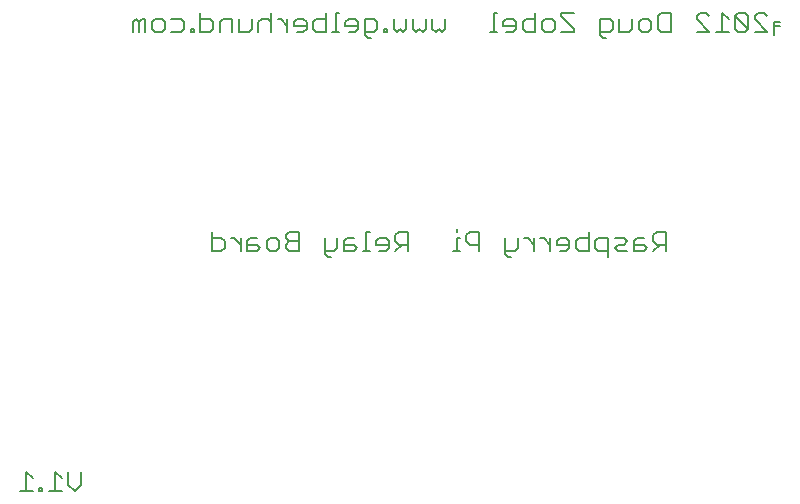
<source format=gbo>
G75*
G70*
%OFA0B0*%
%FSLAX24Y24*%
%IPPOS*%
%LPD*%
%AMOC8*
5,1,8,0,0,1.08239X$1,22.5*
%
%ADD10C,0.0060*%
D10*
X005782Y000663D02*
X006209Y000663D01*
X005995Y000663D02*
X005995Y001304D01*
X006209Y001090D01*
X006424Y000770D02*
X006424Y000663D01*
X006531Y000663D01*
X006531Y000770D01*
X006424Y000770D01*
X006748Y000663D02*
X007175Y000663D01*
X006962Y000663D02*
X006962Y001304D01*
X007175Y001090D01*
X007393Y000877D02*
X007393Y001304D01*
X007820Y001304D02*
X007820Y000877D01*
X007606Y000663D01*
X007393Y000877D01*
X015936Y008557D02*
X016042Y008450D01*
X016149Y008450D01*
X015936Y008557D02*
X015936Y009090D01*
X016363Y009090D02*
X016363Y008770D01*
X016256Y008663D01*
X015936Y008663D01*
X016580Y008663D02*
X016580Y008984D01*
X016687Y009090D01*
X016900Y009090D01*
X016900Y008877D02*
X016580Y008877D01*
X016580Y008663D02*
X016900Y008663D01*
X017007Y008770D01*
X016900Y008877D01*
X017223Y008663D02*
X017437Y008663D01*
X017330Y008663D02*
X017330Y009304D01*
X017437Y009304D01*
X017654Y008984D02*
X017654Y008877D01*
X018081Y008877D01*
X018081Y008984D02*
X017975Y009090D01*
X017761Y009090D01*
X017654Y008984D01*
X018081Y008984D02*
X018081Y008770D01*
X017975Y008663D01*
X017761Y008663D01*
X018299Y008663D02*
X018512Y008877D01*
X018406Y008877D02*
X018726Y008877D01*
X018726Y008663D02*
X018726Y009304D01*
X018406Y009304D01*
X018299Y009197D01*
X018299Y008984D01*
X018406Y008877D01*
X020231Y008663D02*
X020445Y008663D01*
X020338Y008663D02*
X020338Y009090D01*
X020445Y009090D01*
X020338Y009304D02*
X020338Y009411D01*
X020662Y009197D02*
X020662Y008984D01*
X020769Y008877D01*
X021089Y008877D01*
X021089Y008663D02*
X021089Y009304D01*
X020769Y009304D01*
X020662Y009197D01*
X021951Y009090D02*
X021951Y008557D01*
X022058Y008450D01*
X022165Y008450D01*
X022272Y008663D02*
X021951Y008663D01*
X022272Y008663D02*
X022378Y008770D01*
X022378Y009090D01*
X022595Y009090D02*
X022702Y009090D01*
X022916Y008877D01*
X022916Y009090D02*
X022916Y008663D01*
X023132Y009090D02*
X023239Y009090D01*
X023453Y008877D01*
X023453Y009090D02*
X023453Y008663D01*
X023670Y008877D02*
X024097Y008877D01*
X024097Y008770D02*
X024097Y008984D01*
X023990Y009090D01*
X023777Y009090D01*
X023670Y008984D01*
X023670Y008877D01*
X023777Y008663D02*
X023990Y008663D01*
X024097Y008770D01*
X024315Y008770D02*
X024315Y008984D01*
X024422Y009090D01*
X024742Y009090D01*
X024742Y009304D02*
X024742Y008663D01*
X024422Y008663D01*
X024315Y008770D01*
X024959Y008770D02*
X024959Y008984D01*
X025066Y009090D01*
X025386Y009090D01*
X025386Y008450D01*
X025386Y008663D02*
X025066Y008663D01*
X024959Y008770D01*
X025604Y008770D02*
X025711Y008877D01*
X025924Y008877D01*
X026031Y008984D01*
X025924Y009090D01*
X025604Y009090D01*
X026248Y008984D02*
X026248Y008663D01*
X026569Y008663D01*
X026675Y008770D01*
X026569Y008877D01*
X026248Y008877D01*
X026248Y008984D02*
X026355Y009090D01*
X026569Y009090D01*
X026893Y008984D02*
X026893Y009197D01*
X027000Y009304D01*
X027320Y009304D01*
X027320Y008663D01*
X027320Y008877D02*
X027000Y008877D01*
X026893Y008984D01*
X027106Y008877D02*
X026893Y008663D01*
X026031Y008663D02*
X025711Y008663D01*
X025604Y008770D01*
X015074Y008663D02*
X014753Y008663D01*
X014647Y008770D01*
X014647Y008877D01*
X014753Y008984D01*
X014647Y009090D01*
X014647Y009197D01*
X014753Y009304D01*
X015074Y009304D01*
X015074Y008663D01*
X014429Y008770D02*
X014322Y008663D01*
X014109Y008663D01*
X014002Y008770D01*
X014002Y008984D01*
X014109Y009090D01*
X014322Y009090D01*
X014429Y008984D01*
X014429Y008770D01*
X014753Y008984D02*
X015074Y008984D01*
X013784Y008770D02*
X013678Y008877D01*
X013357Y008877D01*
X013357Y008984D02*
X013357Y008663D01*
X013678Y008663D01*
X013784Y008770D01*
X013678Y009090D02*
X013464Y009090D01*
X013357Y008984D01*
X013140Y009090D02*
X013140Y008663D01*
X013140Y008877D02*
X012926Y009090D01*
X012820Y009090D01*
X012603Y008984D02*
X012496Y009090D01*
X012176Y009090D01*
X012176Y009304D02*
X012176Y008663D01*
X012496Y008663D01*
X012603Y008770D01*
X012603Y008984D01*
X017379Y015750D02*
X017272Y015857D01*
X017272Y016390D01*
X017592Y016390D01*
X017699Y016284D01*
X017699Y016070D01*
X017592Y015963D01*
X017272Y015963D01*
X017379Y015750D02*
X017486Y015750D01*
X017915Y015963D02*
X018021Y015963D01*
X018021Y016070D01*
X017915Y016070D01*
X017915Y015963D01*
X018239Y016070D02*
X018239Y016390D01*
X018239Y016070D02*
X018346Y015963D01*
X018452Y016070D01*
X018559Y015963D01*
X018666Y016070D01*
X018666Y016390D01*
X018884Y016390D02*
X018884Y016070D01*
X018990Y015963D01*
X019097Y016070D01*
X019204Y015963D01*
X019311Y016070D01*
X019311Y016390D01*
X019528Y016390D02*
X019528Y016070D01*
X019635Y015963D01*
X019742Y016070D01*
X019848Y015963D01*
X019955Y016070D01*
X019955Y016390D01*
X021460Y015963D02*
X021674Y015963D01*
X021567Y015963D02*
X021567Y016604D01*
X021674Y016604D01*
X021891Y016284D02*
X021891Y016177D01*
X022318Y016177D01*
X022318Y016070D02*
X022318Y016284D01*
X022212Y016390D01*
X021998Y016390D01*
X021891Y016284D01*
X021998Y015963D02*
X022212Y015963D01*
X022318Y016070D01*
X022536Y016070D02*
X022536Y016284D01*
X022643Y016390D01*
X022963Y016390D01*
X023181Y016284D02*
X023181Y016070D01*
X023287Y015963D01*
X023501Y015963D01*
X023608Y016070D01*
X023608Y016284D01*
X023501Y016390D01*
X023287Y016390D01*
X023181Y016284D01*
X022963Y016604D02*
X022963Y015963D01*
X022643Y015963D01*
X022536Y016070D01*
X023825Y015963D02*
X024252Y015963D01*
X024252Y016070D01*
X023825Y016497D01*
X023825Y016604D01*
X024252Y016604D01*
X025114Y016390D02*
X025434Y016390D01*
X025541Y016284D01*
X025541Y016070D01*
X025434Y015963D01*
X025114Y015963D01*
X025114Y015857D02*
X025114Y016390D01*
X025759Y016390D02*
X025759Y015963D01*
X026079Y015963D01*
X026186Y016070D01*
X026186Y016390D01*
X026403Y016284D02*
X026403Y016070D01*
X026510Y015963D01*
X026724Y015963D01*
X026830Y016070D01*
X026830Y016284D01*
X026724Y016390D01*
X026510Y016390D01*
X026403Y016284D01*
X027048Y016497D02*
X027155Y016604D01*
X027475Y016604D01*
X027475Y015963D01*
X027155Y015963D01*
X027048Y016070D01*
X027048Y016497D01*
X028337Y016497D02*
X028337Y016390D01*
X028764Y015963D01*
X028337Y015963D01*
X028981Y015963D02*
X029409Y015963D01*
X029195Y015963D02*
X029195Y016604D01*
X029409Y016390D01*
X029626Y016497D02*
X029626Y016070D01*
X029733Y015963D01*
X029946Y015963D01*
X030053Y016070D01*
X029626Y016497D01*
X029733Y016604D01*
X029946Y016604D01*
X030053Y016497D01*
X030053Y016070D01*
X030271Y015963D02*
X030698Y015963D01*
X030271Y016390D01*
X030271Y016497D01*
X030377Y016604D01*
X030591Y016604D01*
X030698Y016497D01*
X030914Y016284D02*
X030914Y015857D01*
X030914Y016177D02*
X031127Y016177D01*
X031127Y016284D02*
X030914Y016284D01*
X028764Y016497D02*
X028657Y016604D01*
X028444Y016604D01*
X028337Y016497D01*
X025328Y015750D02*
X025221Y015750D01*
X025114Y015857D01*
X017055Y016070D02*
X016948Y015963D01*
X016734Y015963D01*
X016628Y016177D02*
X017055Y016177D01*
X017055Y016070D02*
X017055Y016284D01*
X016948Y016390D01*
X016734Y016390D01*
X016628Y016284D01*
X016628Y016177D01*
X016410Y015963D02*
X016197Y015963D01*
X016303Y015963D02*
X016303Y016604D01*
X016410Y016604D01*
X015980Y016604D02*
X015980Y015963D01*
X015660Y015963D01*
X015553Y016070D01*
X015553Y016284D01*
X015660Y016390D01*
X015980Y016390D01*
X015336Y016284D02*
X015336Y016070D01*
X015229Y015963D01*
X015016Y015963D01*
X014909Y016177D02*
X015336Y016177D01*
X015336Y016284D02*
X015229Y016390D01*
X015016Y016390D01*
X014909Y016284D01*
X014909Y016177D01*
X014691Y016177D02*
X014478Y016390D01*
X014371Y016390D01*
X014154Y016284D02*
X014047Y016390D01*
X013834Y016390D01*
X013727Y016284D01*
X013727Y015963D01*
X013510Y016070D02*
X013403Y015963D01*
X013083Y015963D01*
X013083Y016390D01*
X012865Y016390D02*
X012545Y016390D01*
X012438Y016284D01*
X012438Y015963D01*
X012221Y016070D02*
X012221Y016284D01*
X012114Y016390D01*
X011793Y016390D01*
X011576Y016070D02*
X011469Y016070D01*
X011469Y015963D01*
X011576Y015963D01*
X011576Y016070D01*
X011793Y015963D02*
X012114Y015963D01*
X012221Y016070D01*
X011793Y015963D02*
X011793Y016604D01*
X011254Y016284D02*
X011147Y016390D01*
X010827Y016390D01*
X010609Y016284D02*
X010609Y016070D01*
X010502Y015963D01*
X010289Y015963D01*
X010182Y016070D01*
X010182Y016284D01*
X010289Y016390D01*
X010502Y016390D01*
X010609Y016284D01*
X010827Y015963D02*
X011147Y015963D01*
X011254Y016070D01*
X011254Y016284D01*
X009965Y016390D02*
X009965Y015963D01*
X009751Y015963D02*
X009751Y016284D01*
X009644Y016390D01*
X009538Y016284D01*
X009538Y015963D01*
X009751Y016284D02*
X009858Y016390D01*
X009965Y016390D01*
X012865Y016390D02*
X012865Y015963D01*
X013510Y016070D02*
X013510Y016390D01*
X014154Y016604D02*
X014154Y015963D01*
X014691Y015963D02*
X014691Y016390D01*
M02*

</source>
